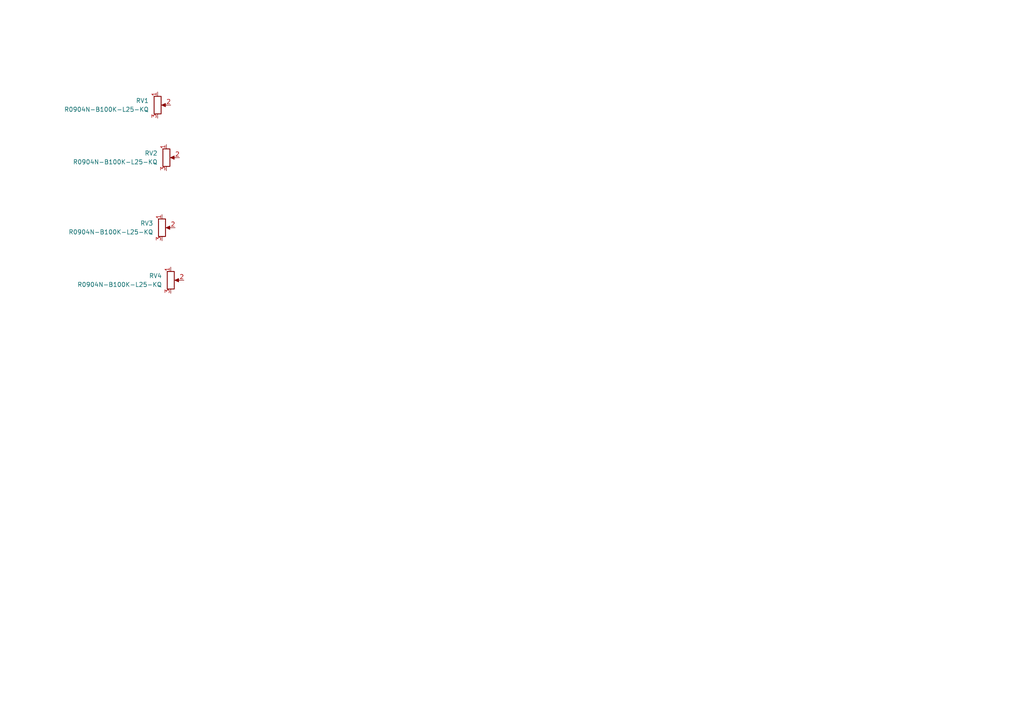
<source format=kicad_sch>
(kicad_sch (version 20230121) (generator eeschema)
  (paper "A4")
  (lib_symbols
    (symbol "WillItBlend:R0904N-B100K-L25-KQ" (pin_names (offset 1.016) hide)
      (property "Reference" "RV" (at -4.445 0 90))
      (property "Value" "R0904N-B100K-L25-KQ" (at -2.54 0 90))
      (symbol "R0904N-B100K-L25-KQ_0_1"
        (polyline (pts (xy 2.54 0) (xy 1.524 0)))
        (polyline (pts (xy 1.143 0) (xy 2.286 0.508) (xy 2.286 -0.508) (xy 1.143 0)) (fill (type outline)))
        (rectangle (start 1.016 2.54) (end -1.016 -2.54) (stroke (width 0.254)))
      )
      (symbol "R0904N-B100K-L25-KQ_1_1"
        (pin passive line (at 0 3.81 270) (length 1.27) (name "1") (number "1"))
        (pin passive line (at 3.81 0 180) (length 1.27) (name "2") (number "2"))
        (pin passive line (at 0 -3.81 90) (length 1.27) (name "3") (number "3"))
      )
    )
  )
  (symbol (lib_id "WillItBlend:R0904N-B100K-L25-KQ") (at 46.99 66.04 0) (unit 1)
    (property "Reference" "RV3" (at 44.45 64.77 0) (effects (justify right)))
    (property "Value" "R0904N-B100K-L25-KQ" (at 44.45 67.31 0) (effects (justify right)))
    (property "Footprint" "WillItBlend:Potentiometer_SongHuei_9mm" (effects hide))
    (property "Datasheet" "https://www.thonk.co.uk/wp-content/uploads/2014/10/R0904N_Thonk.pdf" (effects hide))
  )
  (symbol (lib_id "WillItBlend:R0904N-B100K-L25-KQ") (at 48.26 45.72 0) (unit 1)
    (property "Reference" "RV2" (at 45.72 44.45 0) (effects (justify right)))
    (property "Value" "R0904N-B100K-L25-KQ" (at 45.72 46.99 0) (effects (justify right)))
    (property "Footprint" "WillItBlend:Potentiometer_SongHuei_9mm" (effects hide))
    (property "Datasheet" "https://www.thonk.co.uk/wp-content/uploads/2014/10/R0904N_Thonk.pdf" (effects hide))
  )
  (symbol (lib_id "WillItBlend:R0904N-B100K-L25-KQ") (at 45.72 30.48 0) (unit 1)
    (property "Reference" "RV1" (at 43.18 29.21 0) (effects (justify right)))
    (property "Value" "R0904N-B100K-L25-KQ" (at 43.18 31.75 0) (effects (justify right)))
    (property "Footprint" "WillItBlend:Potentiometer_SongHuei_9mm" (effects hide))
    (property "Datasheet" "https://www.thonk.co.uk/wp-content/uploads/2014/10/R0904N_Thonk.pdf" (effects hide))
  )
  (symbol (lib_id "WillItBlend:R0904N-B100K-L25-KQ") (at 49.53 81.28 0) (unit 1)
    (property "Reference" "RV4" (at 46.99 80.01 0) (effects (justify right)))
    (property "Value" "R0904N-B100K-L25-KQ" (at 46.99 82.55 0) (effects (justify right)))
    (property "Footprint" "WillItBlend:Potentiometer_SongHuei_9mm" (effects hide))
    (property "Datasheet" "https://www.thonk.co.uk/wp-content/uploads/2014/10/R0904N_Thonk.pdf" (effects hide))
  )
)
</source>
